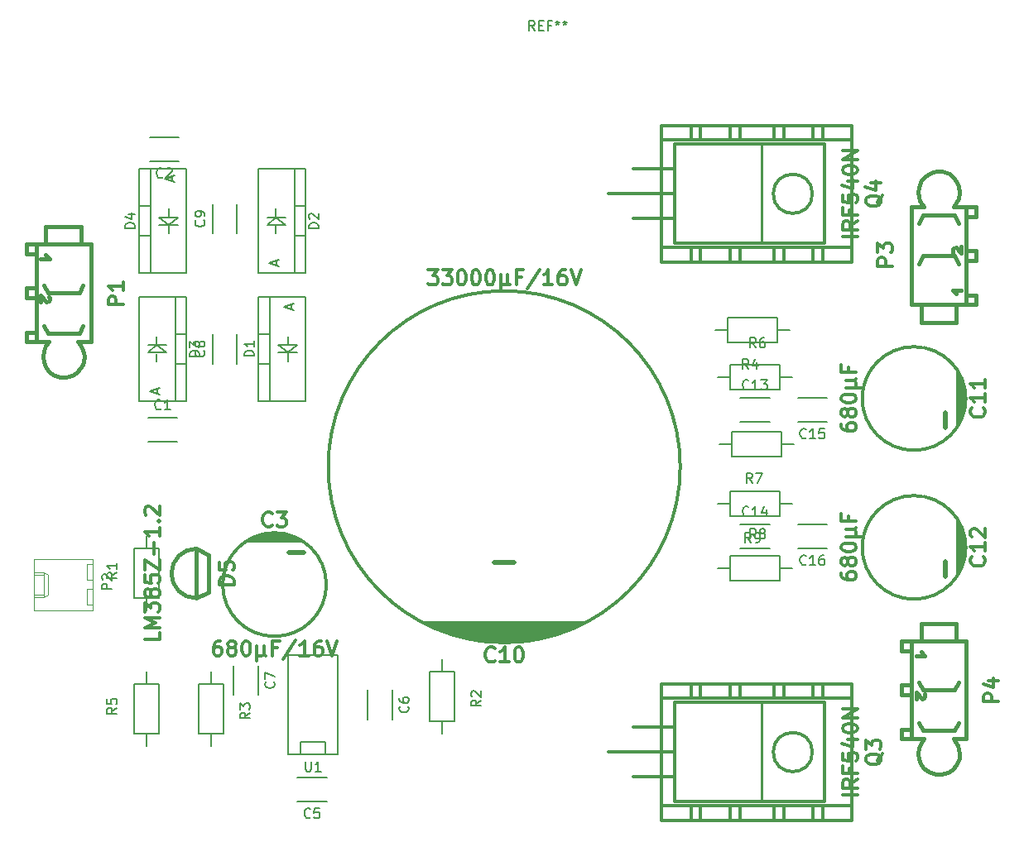
<source format=gbr>
G04 #@! TF.FileFunction,Legend,Top*
%FSLAX46Y46*%
G04 Gerber Fmt 4.6, Leading zero omitted, Abs format (unit mm)*
G04 Created by KiCad (PCBNEW 4.0.7) date 04/22/18 21:18:39*
%MOMM*%
%LPD*%
G01*
G04 APERTURE LIST*
%ADD10C,0.100000*%
%ADD11C,0.150000*%
%ADD12C,0.304800*%
%ADD13C,0.500000*%
%ADD14C,0.381000*%
%ADD15C,0.254000*%
%ADD16C,0.120000*%
G04 APERTURE END LIST*
D10*
D11*
X98405000Y-100334000D02*
X98405000Y-103334000D01*
X95905000Y-103334000D02*
X95905000Y-100334000D01*
X73410000Y-72410000D02*
X76410000Y-72410000D01*
X76410000Y-74910000D02*
X73410000Y-74910000D01*
X76577000Y-46208000D02*
X73577000Y-46208000D01*
X73577000Y-43708000D02*
X76577000Y-43708000D01*
D12*
X83660000Y-85035000D02*
X89060000Y-85035000D01*
X88660000Y-84835000D02*
X84060000Y-84835000D01*
X88260000Y-84635000D02*
X84460000Y-84635000D01*
X85060000Y-84435000D02*
X87660000Y-84435000D01*
X91660000Y-89535000D02*
G75*
G03X91660000Y-89535000I-5300000J0D01*
G01*
D13*
X87860000Y-86285000D02*
X89360000Y-86285000D01*
D11*
X91690000Y-111740000D02*
X88690000Y-111740000D01*
X88690000Y-109240000D02*
X91690000Y-109240000D01*
X84689000Y-97834000D02*
X84689000Y-100834000D01*
X82189000Y-100834000D02*
X82189000Y-97834000D01*
X80030000Y-66925000D02*
X80030000Y-63925000D01*
X82530000Y-63925000D02*
X82530000Y-66925000D01*
X80030000Y-53590000D02*
X80030000Y-50590000D01*
X82530000Y-50590000D02*
X82530000Y-53590000D01*
D12*
X112455000Y-95270000D02*
X107255000Y-95270000D01*
X113555000Y-95070000D02*
X106155000Y-95070000D01*
X114455000Y-94870000D02*
X105255000Y-94870000D01*
X115055000Y-94670000D02*
X104655000Y-94670000D01*
X115755000Y-94470000D02*
X103955000Y-94470000D01*
X116255000Y-94270000D02*
X103455000Y-94270000D01*
X116755000Y-94070000D02*
X102955000Y-94070000D01*
X117255000Y-93870000D02*
X102455000Y-93870000D01*
X117655000Y-93670000D02*
X102055000Y-93670000D01*
X118055000Y-93470000D02*
X101655000Y-93470000D01*
X127855000Y-77470000D02*
G75*
G03X127855000Y-77470000I-18000000J0D01*
G01*
D13*
X110855000Y-87270000D02*
X108855000Y-87270000D01*
D12*
X156265000Y-67785000D02*
X156265000Y-73185000D01*
X156465000Y-72785000D02*
X156465000Y-68185000D01*
X156665000Y-72385000D02*
X156665000Y-68585000D01*
X156865000Y-69185000D02*
X156865000Y-71785000D01*
X157065000Y-70485000D02*
G75*
G03X157065000Y-70485000I-5300000J0D01*
G01*
D13*
X155015000Y-71985000D02*
X155015000Y-73485000D01*
D12*
X156265000Y-83025000D02*
X156265000Y-88425000D01*
X156465000Y-88025000D02*
X156465000Y-83425000D01*
X156665000Y-87625000D02*
X156665000Y-83825000D01*
X156865000Y-84425000D02*
X156865000Y-87025000D01*
X157065000Y-85725000D02*
G75*
G03X157065000Y-85725000I-5300000J0D01*
G01*
D13*
X155015000Y-87225000D02*
X155015000Y-88725000D01*
D11*
X133989000Y-70378000D02*
X136989000Y-70378000D01*
X136989000Y-72878000D02*
X133989000Y-72878000D01*
X133989000Y-83332000D02*
X136989000Y-83332000D01*
X136989000Y-85832000D02*
X133989000Y-85832000D01*
X142871000Y-72878000D02*
X139871000Y-72878000D01*
X139871000Y-70378000D02*
X142871000Y-70378000D01*
X142871000Y-85832000D02*
X139871000Y-85832000D01*
X139871000Y-83332000D02*
X142871000Y-83332000D01*
X87757000Y-65786000D02*
X87757000Y-66675000D01*
X87757000Y-64897000D02*
X87757000Y-64135000D01*
X87757000Y-65786000D02*
X86741000Y-65024000D01*
X86741000Y-65024000D02*
X88646000Y-65024000D01*
X88646000Y-65024000D02*
X87757000Y-65786000D01*
X86741000Y-65786000D02*
X88646000Y-65786000D01*
X84709000Y-66929000D02*
X85852000Y-66929000D01*
X84709000Y-63881000D02*
X85852000Y-63881000D01*
X85852000Y-60071000D02*
X89535000Y-60071000D01*
X89535000Y-60071000D02*
X89535000Y-70739000D01*
X89535000Y-70739000D02*
X85852000Y-70739000D01*
X84709000Y-60071000D02*
X85852000Y-60071000D01*
X85852000Y-60071000D02*
X85852000Y-70739000D01*
X85852000Y-70739000D02*
X84709000Y-70739000D01*
X84709000Y-65405000D02*
X84709000Y-70739000D01*
X84709000Y-65405000D02*
X84709000Y-60071000D01*
X86487000Y-51943000D02*
X86487000Y-51054000D01*
X86487000Y-52832000D02*
X86487000Y-53594000D01*
X86487000Y-51943000D02*
X87503000Y-52705000D01*
X87503000Y-52705000D02*
X85598000Y-52705000D01*
X85598000Y-52705000D02*
X86487000Y-51943000D01*
X87503000Y-51943000D02*
X85598000Y-51943000D01*
X89535000Y-50800000D02*
X88392000Y-50800000D01*
X89535000Y-53848000D02*
X88392000Y-53848000D01*
X88392000Y-57658000D02*
X84709000Y-57658000D01*
X84709000Y-57658000D02*
X84709000Y-46990000D01*
X84709000Y-46990000D02*
X88392000Y-46990000D01*
X89535000Y-57658000D02*
X88392000Y-57658000D01*
X88392000Y-57658000D02*
X88392000Y-46990000D01*
X88392000Y-46990000D02*
X89535000Y-46990000D01*
X89535000Y-52324000D02*
X89535000Y-46990000D01*
X89535000Y-52324000D02*
X89535000Y-57658000D01*
X74295000Y-65024000D02*
X74295000Y-64135000D01*
X74295000Y-65913000D02*
X74295000Y-66675000D01*
X74295000Y-65024000D02*
X75311000Y-65786000D01*
X75311000Y-65786000D02*
X73406000Y-65786000D01*
X73406000Y-65786000D02*
X74295000Y-65024000D01*
X75311000Y-65024000D02*
X73406000Y-65024000D01*
X77343000Y-63881000D02*
X76200000Y-63881000D01*
X77343000Y-66929000D02*
X76200000Y-66929000D01*
X76200000Y-70739000D02*
X72517000Y-70739000D01*
X72517000Y-70739000D02*
X72517000Y-60071000D01*
X72517000Y-60071000D02*
X76200000Y-60071000D01*
X77343000Y-70739000D02*
X76200000Y-70739000D01*
X76200000Y-70739000D02*
X76200000Y-60071000D01*
X76200000Y-60071000D02*
X77343000Y-60071000D01*
X77343000Y-65405000D02*
X77343000Y-60071000D01*
X77343000Y-65405000D02*
X77343000Y-70739000D01*
X75565000Y-52705000D02*
X75565000Y-53594000D01*
X75565000Y-51816000D02*
X75565000Y-51054000D01*
X75565000Y-52705000D02*
X74549000Y-51943000D01*
X74549000Y-51943000D02*
X76454000Y-51943000D01*
X76454000Y-51943000D02*
X75565000Y-52705000D01*
X74549000Y-52705000D02*
X76454000Y-52705000D01*
X72517000Y-53848000D02*
X73660000Y-53848000D01*
X72517000Y-50800000D02*
X73660000Y-50800000D01*
X73660000Y-46990000D02*
X77343000Y-46990000D01*
X77343000Y-46990000D02*
X77343000Y-57658000D01*
X77343000Y-57658000D02*
X73660000Y-57658000D01*
X72517000Y-46990000D02*
X73660000Y-46990000D01*
X73660000Y-46990000D02*
X73660000Y-57658000D01*
X73660000Y-57658000D02*
X72517000Y-57658000D01*
X72517000Y-52324000D02*
X72517000Y-57658000D01*
X72517000Y-52324000D02*
X72517000Y-46990000D01*
D14*
X78359000Y-85852000D02*
X78359000Y-90932000D01*
X78359000Y-85852000D02*
X79629000Y-86487000D01*
X79629000Y-86487000D02*
X79629000Y-90297000D01*
X79629000Y-90297000D02*
X78359000Y-90932000D01*
X78359000Y-85852000D02*
G75*
G03X75819000Y-88392000I0J-2540000D01*
G01*
X75819000Y-88392000D02*
G75*
G03X78359000Y-90932000I2540000J0D01*
G01*
X63299340Y-60060840D02*
X63350140Y-60149740D01*
X63350140Y-60149740D02*
X63350140Y-60350400D01*
X63350140Y-60350400D02*
X63240920Y-60510420D01*
X63240920Y-60510420D02*
X63040260Y-60568840D01*
X63040260Y-60568840D02*
X62461140Y-59959240D01*
X62461140Y-59959240D02*
X62461140Y-60629800D01*
X62979300Y-55780940D02*
X63350140Y-56179720D01*
X63350140Y-56179720D02*
X62461140Y-56169560D01*
X66370200Y-59690000D02*
X66768980Y-58889900D01*
X66370200Y-63830200D02*
X66768980Y-63030100D01*
X63169800Y-63830200D02*
X62771020Y-63030100D01*
X63169800Y-59690000D02*
X62771020Y-58889900D01*
X66370200Y-63830200D02*
X63169800Y-63830200D01*
X66370200Y-59690000D02*
X63169800Y-59690000D01*
X61970920Y-60190380D02*
X60970160Y-60190380D01*
X60970160Y-60190380D02*
X60970160Y-59189620D01*
X60970160Y-59189620D02*
X61970920Y-59189620D01*
X61970920Y-64691260D02*
X60970160Y-64691260D01*
X60970160Y-64691260D02*
X60970160Y-63690500D01*
X60970160Y-63690500D02*
X61970920Y-63690500D01*
X61970920Y-54688740D02*
X60970160Y-54688740D01*
X60970160Y-54688740D02*
X60970160Y-55689500D01*
X60970160Y-55689500D02*
X61970920Y-55689500D01*
X66570860Y-54688740D02*
X66570860Y-52890420D01*
X66570860Y-52890420D02*
X62969140Y-52890420D01*
X62969140Y-52890420D02*
X62969140Y-54688740D01*
X66271140Y-64691260D02*
X66489580Y-64960500D01*
X66489580Y-64960500D02*
X66700400Y-65338960D01*
X66700400Y-65338960D02*
X66829940Y-65730120D01*
X66829940Y-65730120D02*
X66890900Y-66210180D01*
X66890900Y-66210180D02*
X66840100Y-66680080D01*
X66840100Y-66680080D02*
X66720720Y-67020440D01*
X66720720Y-67020440D02*
X66520060Y-67398900D01*
X66520060Y-67398900D02*
X66200020Y-67769740D01*
X66200020Y-67769740D02*
X65849500Y-68021200D01*
X65849500Y-68021200D02*
X65399920Y-68229480D01*
X65399920Y-68229480D02*
X64960500Y-68320920D01*
X64960500Y-68320920D02*
X64419480Y-68320920D01*
X64419480Y-68320920D02*
X63710820Y-68069460D01*
X63710820Y-68069460D02*
X63240920Y-67701160D01*
X63240920Y-67701160D02*
X62989460Y-67340480D01*
X62989460Y-67340480D02*
X62730380Y-66809620D01*
X62730380Y-66809620D02*
X62669420Y-66159380D01*
X62669420Y-66159380D02*
X62750700Y-65570100D01*
X62750700Y-65570100D02*
X62969140Y-65120520D01*
X62969140Y-65120520D02*
X63268860Y-64691260D01*
X67569080Y-54688740D02*
X61970920Y-54688740D01*
X61970920Y-54688740D02*
X61970920Y-64691260D01*
X61970920Y-64691260D02*
X63268860Y-64691260D01*
X67569080Y-54688740D02*
X67569080Y-64698880D01*
X67569080Y-64698880D02*
X66260980Y-64691260D01*
X155775660Y-55509160D02*
X155724860Y-55420260D01*
X155724860Y-55420260D02*
X155724860Y-55219600D01*
X155724860Y-55219600D02*
X155834080Y-55059580D01*
X155834080Y-55059580D02*
X156034740Y-55001160D01*
X156034740Y-55001160D02*
X156613860Y-55610760D01*
X156613860Y-55610760D02*
X156613860Y-54940200D01*
X156095700Y-59789060D02*
X155724860Y-59390280D01*
X155724860Y-59390280D02*
X156613860Y-59400440D01*
X152704800Y-55880000D02*
X152306020Y-56680100D01*
X152704800Y-51739800D02*
X152306020Y-52539900D01*
X155905200Y-51739800D02*
X156303980Y-52539900D01*
X155905200Y-55880000D02*
X156303980Y-56680100D01*
X152704800Y-51739800D02*
X155905200Y-51739800D01*
X152704800Y-55880000D02*
X155905200Y-55880000D01*
X157104080Y-55379620D02*
X158104840Y-55379620D01*
X158104840Y-55379620D02*
X158104840Y-56380380D01*
X158104840Y-56380380D02*
X157104080Y-56380380D01*
X157104080Y-50878740D02*
X158104840Y-50878740D01*
X158104840Y-50878740D02*
X158104840Y-51879500D01*
X158104840Y-51879500D02*
X157104080Y-51879500D01*
X157104080Y-60881260D02*
X158104840Y-60881260D01*
X158104840Y-60881260D02*
X158104840Y-59880500D01*
X158104840Y-59880500D02*
X157104080Y-59880500D01*
X152504140Y-60881260D02*
X152504140Y-62679580D01*
X152504140Y-62679580D02*
X156105860Y-62679580D01*
X156105860Y-62679580D02*
X156105860Y-60881260D01*
X152803860Y-50878740D02*
X152585420Y-50609500D01*
X152585420Y-50609500D02*
X152374600Y-50231040D01*
X152374600Y-50231040D02*
X152245060Y-49839880D01*
X152245060Y-49839880D02*
X152184100Y-49359820D01*
X152184100Y-49359820D02*
X152234900Y-48889920D01*
X152234900Y-48889920D02*
X152354280Y-48549560D01*
X152354280Y-48549560D02*
X152554940Y-48171100D01*
X152554940Y-48171100D02*
X152874980Y-47800260D01*
X152874980Y-47800260D02*
X153225500Y-47548800D01*
X153225500Y-47548800D02*
X153675080Y-47340520D01*
X153675080Y-47340520D02*
X154114500Y-47249080D01*
X154114500Y-47249080D02*
X154655520Y-47249080D01*
X154655520Y-47249080D02*
X155364180Y-47500540D01*
X155364180Y-47500540D02*
X155834080Y-47868840D01*
X155834080Y-47868840D02*
X156085540Y-48229520D01*
X156085540Y-48229520D02*
X156344620Y-48760380D01*
X156344620Y-48760380D02*
X156405580Y-49410620D01*
X156405580Y-49410620D02*
X156324300Y-49999900D01*
X156324300Y-49999900D02*
X156105860Y-50449480D01*
X156105860Y-50449480D02*
X155806140Y-50878740D01*
X151505920Y-60881260D02*
X157104080Y-60881260D01*
X157104080Y-60881260D02*
X157104080Y-50878740D01*
X157104080Y-50878740D02*
X155806140Y-50878740D01*
X151505920Y-60881260D02*
X151505920Y-50871120D01*
X151505920Y-50871120D02*
X152814020Y-50878740D01*
X152834340Y-100700840D02*
X152885140Y-100789740D01*
X152885140Y-100789740D02*
X152885140Y-100990400D01*
X152885140Y-100990400D02*
X152775920Y-101150420D01*
X152775920Y-101150420D02*
X152575260Y-101208840D01*
X152575260Y-101208840D02*
X151996140Y-100599240D01*
X151996140Y-100599240D02*
X151996140Y-101269800D01*
X152514300Y-96420940D02*
X152885140Y-96819720D01*
X152885140Y-96819720D02*
X151996140Y-96809560D01*
X155905200Y-100330000D02*
X156303980Y-99529900D01*
X155905200Y-104470200D02*
X156303980Y-103670100D01*
X152704800Y-104470200D02*
X152306020Y-103670100D01*
X152704800Y-100330000D02*
X152306020Y-99529900D01*
X155905200Y-104470200D02*
X152704800Y-104470200D01*
X155905200Y-100330000D02*
X152704800Y-100330000D01*
X151505920Y-100830380D02*
X150505160Y-100830380D01*
X150505160Y-100830380D02*
X150505160Y-99829620D01*
X150505160Y-99829620D02*
X151505920Y-99829620D01*
X151505920Y-105331260D02*
X150505160Y-105331260D01*
X150505160Y-105331260D02*
X150505160Y-104330500D01*
X150505160Y-104330500D02*
X151505920Y-104330500D01*
X151505920Y-95328740D02*
X150505160Y-95328740D01*
X150505160Y-95328740D02*
X150505160Y-96329500D01*
X150505160Y-96329500D02*
X151505920Y-96329500D01*
X156105860Y-95328740D02*
X156105860Y-93530420D01*
X156105860Y-93530420D02*
X152504140Y-93530420D01*
X152504140Y-93530420D02*
X152504140Y-95328740D01*
X155806140Y-105331260D02*
X156024580Y-105600500D01*
X156024580Y-105600500D02*
X156235400Y-105978960D01*
X156235400Y-105978960D02*
X156364940Y-106370120D01*
X156364940Y-106370120D02*
X156425900Y-106850180D01*
X156425900Y-106850180D02*
X156375100Y-107320080D01*
X156375100Y-107320080D02*
X156255720Y-107660440D01*
X156255720Y-107660440D02*
X156055060Y-108038900D01*
X156055060Y-108038900D02*
X155735020Y-108409740D01*
X155735020Y-108409740D02*
X155384500Y-108661200D01*
X155384500Y-108661200D02*
X154934920Y-108869480D01*
X154934920Y-108869480D02*
X154495500Y-108960920D01*
X154495500Y-108960920D02*
X153954480Y-108960920D01*
X153954480Y-108960920D02*
X153245820Y-108709460D01*
X153245820Y-108709460D02*
X152775920Y-108341160D01*
X152775920Y-108341160D02*
X152524460Y-107980480D01*
X152524460Y-107980480D02*
X152265380Y-107449620D01*
X152265380Y-107449620D02*
X152204420Y-106799380D01*
X152204420Y-106799380D02*
X152285700Y-106210100D01*
X152285700Y-106210100D02*
X152504140Y-105760520D01*
X152504140Y-105760520D02*
X152803860Y-105331260D01*
X157104080Y-95328740D02*
X151505920Y-95328740D01*
X151505920Y-95328740D02*
X151505920Y-105331260D01*
X151505920Y-105331260D02*
X152803860Y-105331260D01*
X157104080Y-95328740D02*
X157104080Y-105338880D01*
X157104080Y-105338880D02*
X155795980Y-105331260D01*
D11*
X72009000Y-90932000D02*
X72009000Y-85852000D01*
X72009000Y-85852000D02*
X74549000Y-85852000D01*
X74549000Y-85852000D02*
X74549000Y-90932000D01*
X74549000Y-90932000D02*
X72009000Y-90932000D01*
X73279000Y-90932000D02*
X73279000Y-92202000D01*
X73279000Y-85852000D02*
X73279000Y-84582000D01*
X104775000Y-98425000D02*
X104775000Y-103505000D01*
X104775000Y-103505000D02*
X102235000Y-103505000D01*
X102235000Y-103505000D02*
X102235000Y-98425000D01*
X102235000Y-98425000D02*
X104775000Y-98425000D01*
X103505000Y-98425000D02*
X103505000Y-97155000D01*
X103505000Y-103505000D02*
X103505000Y-104775000D01*
X81153000Y-99695000D02*
X81153000Y-104775000D01*
X81153000Y-104775000D02*
X78613000Y-104775000D01*
X78613000Y-104775000D02*
X78613000Y-99695000D01*
X78613000Y-99695000D02*
X81153000Y-99695000D01*
X79883000Y-99695000D02*
X79883000Y-98425000D01*
X79883000Y-104775000D02*
X79883000Y-106045000D01*
X137795000Y-64770000D02*
X132715000Y-64770000D01*
X132715000Y-64770000D02*
X132715000Y-62230000D01*
X132715000Y-62230000D02*
X137795000Y-62230000D01*
X137795000Y-62230000D02*
X137795000Y-64770000D01*
X137795000Y-63500000D02*
X139065000Y-63500000D01*
X132715000Y-63500000D02*
X131445000Y-63500000D01*
X72009000Y-104775000D02*
X72009000Y-99695000D01*
X72009000Y-99695000D02*
X74549000Y-99695000D01*
X74549000Y-99695000D02*
X74549000Y-104775000D01*
X74549000Y-104775000D02*
X72009000Y-104775000D01*
X73279000Y-104775000D02*
X73279000Y-106045000D01*
X73279000Y-99695000D02*
X73279000Y-98425000D01*
X132969000Y-67056000D02*
X138049000Y-67056000D01*
X138049000Y-67056000D02*
X138049000Y-69596000D01*
X138049000Y-69596000D02*
X132969000Y-69596000D01*
X132969000Y-69596000D02*
X132969000Y-67056000D01*
X132969000Y-68326000D02*
X131699000Y-68326000D01*
X138049000Y-68326000D02*
X139319000Y-68326000D01*
X138176000Y-76454000D02*
X133096000Y-76454000D01*
X133096000Y-76454000D02*
X133096000Y-73914000D01*
X133096000Y-73914000D02*
X138176000Y-73914000D01*
X138176000Y-73914000D02*
X138176000Y-76454000D01*
X138176000Y-75184000D02*
X139446000Y-75184000D01*
X133096000Y-75184000D02*
X131826000Y-75184000D01*
X132969000Y-86614000D02*
X138049000Y-86614000D01*
X138049000Y-86614000D02*
X138049000Y-89154000D01*
X138049000Y-89154000D02*
X132969000Y-89154000D01*
X132969000Y-89154000D02*
X132969000Y-86614000D01*
X132969000Y-87884000D02*
X131699000Y-87884000D01*
X138049000Y-87884000D02*
X139319000Y-87884000D01*
X138049000Y-82550000D02*
X132969000Y-82550000D01*
X132969000Y-82550000D02*
X132969000Y-80010000D01*
X132969000Y-80010000D02*
X138049000Y-80010000D01*
X138049000Y-80010000D02*
X138049000Y-82550000D01*
X138049000Y-81280000D02*
X139319000Y-81280000D01*
X132969000Y-81280000D02*
X131699000Y-81280000D01*
X89027000Y-106934000D02*
X89027000Y-105664000D01*
X89027000Y-105664000D02*
X91567000Y-105664000D01*
X91567000Y-105664000D02*
X91567000Y-106934000D01*
X87757000Y-106934000D02*
X87757000Y-96774000D01*
X87757000Y-96774000D02*
X92837000Y-96774000D01*
X92837000Y-96774000D02*
X92837000Y-106934000D01*
X92837000Y-106934000D02*
X87757000Y-106934000D01*
D12*
X141370232Y-106680000D02*
G75*
G03X141370232Y-106680000I-2000432J0D01*
G01*
X128945640Y-112179100D02*
X128945640Y-113680240D01*
X129943860Y-112179100D02*
X129943860Y-113680240D01*
X132946140Y-112179100D02*
X132946140Y-113680240D01*
X133944360Y-112179100D02*
X133944360Y-113680240D01*
X137444480Y-112179100D02*
X137444480Y-113680240D01*
X138445240Y-112179100D02*
X138445240Y-113680240D01*
X141444980Y-112179100D02*
X141444980Y-113680240D01*
X142445740Y-112179100D02*
X142445740Y-113680240D01*
X142445740Y-99679760D02*
X142445740Y-101180900D01*
X141444980Y-99679760D02*
X141444980Y-101180900D01*
X138445240Y-99679760D02*
X138445240Y-101180900D01*
X137444480Y-99679760D02*
X137444480Y-101180900D01*
X133944360Y-99679760D02*
X133944360Y-101180900D01*
X132946140Y-99679760D02*
X132946140Y-101180900D01*
X129943860Y-99679760D02*
X129943860Y-101180900D01*
X128945640Y-99679760D02*
X128945640Y-101180900D01*
X145445480Y-112179100D02*
X125945900Y-112179100D01*
X125945900Y-101180900D02*
X145445480Y-101180900D01*
X125945900Y-99679760D02*
X125945900Y-113680240D01*
X125945900Y-113680240D02*
X145445480Y-113680240D01*
X145445480Y-113680240D02*
X145445480Y-99679760D01*
X145445480Y-99679760D02*
X125945900Y-99679760D01*
X127254000Y-106680000D02*
X120523000Y-106680000D01*
X123063000Y-109220000D02*
X127254000Y-109220000D01*
X123063000Y-104140000D02*
X127254000Y-104140000D01*
X127254000Y-101600000D02*
X127254000Y-111760000D01*
X142621000Y-111760000D02*
X142621000Y-101600000D01*
X127254000Y-111760000D02*
X142621000Y-111760000D01*
X142621000Y-101600000D02*
X127254000Y-101600000D01*
D15*
X136144000Y-111760000D02*
X136144000Y-101600000D01*
D12*
X141370232Y-49530000D02*
G75*
G03X141370232Y-49530000I-2000432J0D01*
G01*
X128945640Y-55029100D02*
X128945640Y-56530240D01*
X129943860Y-55029100D02*
X129943860Y-56530240D01*
X132946140Y-55029100D02*
X132946140Y-56530240D01*
X133944360Y-55029100D02*
X133944360Y-56530240D01*
X137444480Y-55029100D02*
X137444480Y-56530240D01*
X138445240Y-55029100D02*
X138445240Y-56530240D01*
X141444980Y-55029100D02*
X141444980Y-56530240D01*
X142445740Y-55029100D02*
X142445740Y-56530240D01*
X142445740Y-42529760D02*
X142445740Y-44030900D01*
X141444980Y-42529760D02*
X141444980Y-44030900D01*
X138445240Y-42529760D02*
X138445240Y-44030900D01*
X137444480Y-42529760D02*
X137444480Y-44030900D01*
X133944360Y-42529760D02*
X133944360Y-44030900D01*
X132946140Y-42529760D02*
X132946140Y-44030900D01*
X129943860Y-42529760D02*
X129943860Y-44030900D01*
X128945640Y-42529760D02*
X128945640Y-44030900D01*
X145445480Y-55029100D02*
X125945900Y-55029100D01*
X125945900Y-44030900D02*
X145445480Y-44030900D01*
X125945900Y-42529760D02*
X125945900Y-56530240D01*
X125945900Y-56530240D02*
X145445480Y-56530240D01*
X145445480Y-56530240D02*
X145445480Y-42529760D01*
X145445480Y-42529760D02*
X125945900Y-42529760D01*
X127254000Y-49530000D02*
X120523000Y-49530000D01*
X123063000Y-52070000D02*
X127254000Y-52070000D01*
X123063000Y-46990000D02*
X127254000Y-46990000D01*
X127254000Y-44450000D02*
X127254000Y-54610000D01*
X142621000Y-54610000D02*
X142621000Y-44450000D01*
X127254000Y-54610000D02*
X142621000Y-54610000D01*
X142621000Y-44450000D02*
X127254000Y-44450000D01*
D15*
X136144000Y-54610000D02*
X136144000Y-44450000D01*
D16*
X67790000Y-86895000D02*
X61790000Y-86895000D01*
X61790000Y-86895000D02*
X61790000Y-92175000D01*
X61790000Y-92175000D02*
X67790000Y-92175000D01*
X67790000Y-92175000D02*
X67790000Y-86895000D01*
X61790000Y-88265000D02*
X62790000Y-88265000D01*
X62790000Y-88265000D02*
X62790000Y-90805000D01*
X62790000Y-90805000D02*
X61790000Y-90805000D01*
X62790000Y-88265000D02*
X63220000Y-88515000D01*
X63220000Y-88515000D02*
X63220000Y-90555000D01*
X63220000Y-90555000D02*
X62790000Y-90805000D01*
X61790000Y-88515000D02*
X62790000Y-88515000D01*
X61790000Y-90555000D02*
X62790000Y-90555000D01*
X67790000Y-87465000D02*
X67170000Y-87465000D01*
X67170000Y-87465000D02*
X67170000Y-89065000D01*
X67170000Y-89065000D02*
X67790000Y-89065000D01*
X67790000Y-90005000D02*
X67170000Y-90005000D01*
X67170000Y-90005000D02*
X67170000Y-91605000D01*
X67170000Y-91605000D02*
X67790000Y-91605000D01*
D11*
X100012143Y-102000666D02*
X100059762Y-102048285D01*
X100107381Y-102191142D01*
X100107381Y-102286380D01*
X100059762Y-102429238D01*
X99964524Y-102524476D01*
X99869286Y-102572095D01*
X99678810Y-102619714D01*
X99535952Y-102619714D01*
X99345476Y-102572095D01*
X99250238Y-102524476D01*
X99155000Y-102429238D01*
X99107381Y-102286380D01*
X99107381Y-102191142D01*
X99155000Y-102048285D01*
X99202619Y-102000666D01*
X99107381Y-101143523D02*
X99107381Y-101334000D01*
X99155000Y-101429238D01*
X99202619Y-101476857D01*
X99345476Y-101572095D01*
X99535952Y-101619714D01*
X99916905Y-101619714D01*
X100012143Y-101572095D01*
X100059762Y-101524476D01*
X100107381Y-101429238D01*
X100107381Y-101238761D01*
X100059762Y-101143523D01*
X100012143Y-101095904D01*
X99916905Y-101048285D01*
X99678810Y-101048285D01*
X99583571Y-101095904D01*
X99535952Y-101143523D01*
X99488333Y-101238761D01*
X99488333Y-101429238D01*
X99535952Y-101524476D01*
X99583571Y-101572095D01*
X99678810Y-101619714D01*
X74743334Y-71517143D02*
X74695715Y-71564762D01*
X74552858Y-71612381D01*
X74457620Y-71612381D01*
X74314762Y-71564762D01*
X74219524Y-71469524D01*
X74171905Y-71374286D01*
X74124286Y-71183810D01*
X74124286Y-71040952D01*
X74171905Y-70850476D01*
X74219524Y-70755238D01*
X74314762Y-70660000D01*
X74457620Y-70612381D01*
X74552858Y-70612381D01*
X74695715Y-70660000D01*
X74743334Y-70707619D01*
X75695715Y-71612381D02*
X75124286Y-71612381D01*
X75410000Y-71612381D02*
X75410000Y-70612381D01*
X75314762Y-70755238D01*
X75219524Y-70850476D01*
X75124286Y-70898095D01*
X74910334Y-47815143D02*
X74862715Y-47862762D01*
X74719858Y-47910381D01*
X74624620Y-47910381D01*
X74481762Y-47862762D01*
X74386524Y-47767524D01*
X74338905Y-47672286D01*
X74291286Y-47481810D01*
X74291286Y-47338952D01*
X74338905Y-47148476D01*
X74386524Y-47053238D01*
X74481762Y-46958000D01*
X74624620Y-46910381D01*
X74719858Y-46910381D01*
X74862715Y-46958000D01*
X74910334Y-47005619D01*
X75291286Y-47005619D02*
X75338905Y-46958000D01*
X75434143Y-46910381D01*
X75672239Y-46910381D01*
X75767477Y-46958000D01*
X75815096Y-47005619D01*
X75862715Y-47100857D01*
X75862715Y-47196095D01*
X75815096Y-47338952D01*
X75243667Y-47910381D01*
X75862715Y-47910381D01*
D12*
X86106000Y-83479286D02*
X86033429Y-83551857D01*
X85815715Y-83624429D01*
X85670572Y-83624429D01*
X85452857Y-83551857D01*
X85307715Y-83406714D01*
X85235143Y-83261571D01*
X85162572Y-82971286D01*
X85162572Y-82753571D01*
X85235143Y-82463286D01*
X85307715Y-82318143D01*
X85452857Y-82173000D01*
X85670572Y-82100429D01*
X85815715Y-82100429D01*
X86033429Y-82173000D01*
X86106000Y-82245571D01*
X86614000Y-82100429D02*
X87557429Y-82100429D01*
X87049429Y-82681000D01*
X87267143Y-82681000D01*
X87412286Y-82753571D01*
X87484857Y-82826143D01*
X87557429Y-82971286D01*
X87557429Y-83334143D01*
X87484857Y-83479286D01*
X87412286Y-83551857D01*
X87267143Y-83624429D01*
X86831715Y-83624429D01*
X86686572Y-83551857D01*
X86614000Y-83479286D01*
X80844571Y-95300429D02*
X80554285Y-95300429D01*
X80409142Y-95373000D01*
X80336571Y-95445571D01*
X80191428Y-95663286D01*
X80118857Y-95953571D01*
X80118857Y-96534143D01*
X80191428Y-96679286D01*
X80264000Y-96751857D01*
X80409142Y-96824429D01*
X80699428Y-96824429D01*
X80844571Y-96751857D01*
X80917142Y-96679286D01*
X80989714Y-96534143D01*
X80989714Y-96171286D01*
X80917142Y-96026143D01*
X80844571Y-95953571D01*
X80699428Y-95881000D01*
X80409142Y-95881000D01*
X80264000Y-95953571D01*
X80191428Y-96026143D01*
X80118857Y-96171286D01*
X81860571Y-95953571D02*
X81715429Y-95881000D01*
X81642857Y-95808429D01*
X81570286Y-95663286D01*
X81570286Y-95590714D01*
X81642857Y-95445571D01*
X81715429Y-95373000D01*
X81860571Y-95300429D01*
X82150857Y-95300429D01*
X82296000Y-95373000D01*
X82368571Y-95445571D01*
X82441143Y-95590714D01*
X82441143Y-95663286D01*
X82368571Y-95808429D01*
X82296000Y-95881000D01*
X82150857Y-95953571D01*
X81860571Y-95953571D01*
X81715429Y-96026143D01*
X81642857Y-96098714D01*
X81570286Y-96243857D01*
X81570286Y-96534143D01*
X81642857Y-96679286D01*
X81715429Y-96751857D01*
X81860571Y-96824429D01*
X82150857Y-96824429D01*
X82296000Y-96751857D01*
X82368571Y-96679286D01*
X82441143Y-96534143D01*
X82441143Y-96243857D01*
X82368571Y-96098714D01*
X82296000Y-96026143D01*
X82150857Y-95953571D01*
X83384572Y-95300429D02*
X83529715Y-95300429D01*
X83674858Y-95373000D01*
X83747429Y-95445571D01*
X83820000Y-95590714D01*
X83892572Y-95881000D01*
X83892572Y-96243857D01*
X83820000Y-96534143D01*
X83747429Y-96679286D01*
X83674858Y-96751857D01*
X83529715Y-96824429D01*
X83384572Y-96824429D01*
X83239429Y-96751857D01*
X83166858Y-96679286D01*
X83094286Y-96534143D01*
X83021715Y-96243857D01*
X83021715Y-95881000D01*
X83094286Y-95590714D01*
X83166858Y-95445571D01*
X83239429Y-95373000D01*
X83384572Y-95300429D01*
X84545715Y-95808429D02*
X84545715Y-97332429D01*
X85271429Y-96606714D02*
X85344001Y-96751857D01*
X85489144Y-96824429D01*
X84545715Y-96606714D02*
X84618287Y-96751857D01*
X84763429Y-96824429D01*
X85053715Y-96824429D01*
X85198858Y-96751857D01*
X85271429Y-96606714D01*
X85271429Y-95808429D01*
X86650286Y-96026143D02*
X86142286Y-96026143D01*
X86142286Y-96824429D02*
X86142286Y-95300429D01*
X86868000Y-95300429D01*
X88537144Y-95227857D02*
X87230858Y-97187286D01*
X89843429Y-96824429D02*
X88972572Y-96824429D01*
X89408000Y-96824429D02*
X89408000Y-95300429D01*
X89262857Y-95518143D01*
X89117715Y-95663286D01*
X88972572Y-95735857D01*
X91149715Y-95300429D02*
X90859429Y-95300429D01*
X90714286Y-95373000D01*
X90641715Y-95445571D01*
X90496572Y-95663286D01*
X90424001Y-95953571D01*
X90424001Y-96534143D01*
X90496572Y-96679286D01*
X90569144Y-96751857D01*
X90714286Y-96824429D01*
X91004572Y-96824429D01*
X91149715Y-96751857D01*
X91222286Y-96679286D01*
X91294858Y-96534143D01*
X91294858Y-96171286D01*
X91222286Y-96026143D01*
X91149715Y-95953571D01*
X91004572Y-95881000D01*
X90714286Y-95881000D01*
X90569144Y-95953571D01*
X90496572Y-96026143D01*
X90424001Y-96171286D01*
X91730287Y-95300429D02*
X92238287Y-96824429D01*
X92746287Y-95300429D01*
D11*
X90023334Y-113347143D02*
X89975715Y-113394762D01*
X89832858Y-113442381D01*
X89737620Y-113442381D01*
X89594762Y-113394762D01*
X89499524Y-113299524D01*
X89451905Y-113204286D01*
X89404286Y-113013810D01*
X89404286Y-112870952D01*
X89451905Y-112680476D01*
X89499524Y-112585238D01*
X89594762Y-112490000D01*
X89737620Y-112442381D01*
X89832858Y-112442381D01*
X89975715Y-112490000D01*
X90023334Y-112537619D01*
X90928096Y-112442381D02*
X90451905Y-112442381D01*
X90404286Y-112918571D01*
X90451905Y-112870952D01*
X90547143Y-112823333D01*
X90785239Y-112823333D01*
X90880477Y-112870952D01*
X90928096Y-112918571D01*
X90975715Y-113013810D01*
X90975715Y-113251905D01*
X90928096Y-113347143D01*
X90880477Y-113394762D01*
X90785239Y-113442381D01*
X90547143Y-113442381D01*
X90451905Y-113394762D01*
X90404286Y-113347143D01*
X86296143Y-99500666D02*
X86343762Y-99548285D01*
X86391381Y-99691142D01*
X86391381Y-99786380D01*
X86343762Y-99929238D01*
X86248524Y-100024476D01*
X86153286Y-100072095D01*
X85962810Y-100119714D01*
X85819952Y-100119714D01*
X85629476Y-100072095D01*
X85534238Y-100024476D01*
X85439000Y-99929238D01*
X85391381Y-99786380D01*
X85391381Y-99691142D01*
X85439000Y-99548285D01*
X85486619Y-99500666D01*
X85391381Y-99167333D02*
X85391381Y-98500666D01*
X86391381Y-98929238D01*
X79137143Y-65591666D02*
X79184762Y-65639285D01*
X79232381Y-65782142D01*
X79232381Y-65877380D01*
X79184762Y-66020238D01*
X79089524Y-66115476D01*
X78994286Y-66163095D01*
X78803810Y-66210714D01*
X78660952Y-66210714D01*
X78470476Y-66163095D01*
X78375238Y-66115476D01*
X78280000Y-66020238D01*
X78232381Y-65877380D01*
X78232381Y-65782142D01*
X78280000Y-65639285D01*
X78327619Y-65591666D01*
X78660952Y-65020238D02*
X78613333Y-65115476D01*
X78565714Y-65163095D01*
X78470476Y-65210714D01*
X78422857Y-65210714D01*
X78327619Y-65163095D01*
X78280000Y-65115476D01*
X78232381Y-65020238D01*
X78232381Y-64829761D01*
X78280000Y-64734523D01*
X78327619Y-64686904D01*
X78422857Y-64639285D01*
X78470476Y-64639285D01*
X78565714Y-64686904D01*
X78613333Y-64734523D01*
X78660952Y-64829761D01*
X78660952Y-65020238D01*
X78708571Y-65115476D01*
X78756190Y-65163095D01*
X78851429Y-65210714D01*
X79041905Y-65210714D01*
X79137143Y-65163095D01*
X79184762Y-65115476D01*
X79232381Y-65020238D01*
X79232381Y-64829761D01*
X79184762Y-64734523D01*
X79137143Y-64686904D01*
X79041905Y-64639285D01*
X78851429Y-64639285D01*
X78756190Y-64686904D01*
X78708571Y-64734523D01*
X78660952Y-64829761D01*
X79137143Y-52256666D02*
X79184762Y-52304285D01*
X79232381Y-52447142D01*
X79232381Y-52542380D01*
X79184762Y-52685238D01*
X79089524Y-52780476D01*
X78994286Y-52828095D01*
X78803810Y-52875714D01*
X78660952Y-52875714D01*
X78470476Y-52828095D01*
X78375238Y-52780476D01*
X78280000Y-52685238D01*
X78232381Y-52542380D01*
X78232381Y-52447142D01*
X78280000Y-52304285D01*
X78327619Y-52256666D01*
X79232381Y-51780476D02*
X79232381Y-51590000D01*
X79184762Y-51494761D01*
X79137143Y-51447142D01*
X78994286Y-51351904D01*
X78803810Y-51304285D01*
X78422857Y-51304285D01*
X78327619Y-51351904D01*
X78280000Y-51399523D01*
X78232381Y-51494761D01*
X78232381Y-51685238D01*
X78280000Y-51780476D01*
X78327619Y-51828095D01*
X78422857Y-51875714D01*
X78660952Y-51875714D01*
X78756190Y-51828095D01*
X78803810Y-51780476D01*
X78851429Y-51685238D01*
X78851429Y-51494761D01*
X78803810Y-51399523D01*
X78756190Y-51351904D01*
X78660952Y-51304285D01*
D12*
X108875285Y-97314286D02*
X108802714Y-97386857D01*
X108585000Y-97459429D01*
X108439857Y-97459429D01*
X108222142Y-97386857D01*
X108077000Y-97241714D01*
X108004428Y-97096571D01*
X107931857Y-96806286D01*
X107931857Y-96588571D01*
X108004428Y-96298286D01*
X108077000Y-96153143D01*
X108222142Y-96008000D01*
X108439857Y-95935429D01*
X108585000Y-95935429D01*
X108802714Y-96008000D01*
X108875285Y-96080571D01*
X110326714Y-97459429D02*
X109455857Y-97459429D01*
X109891285Y-97459429D02*
X109891285Y-95935429D01*
X109746142Y-96153143D01*
X109601000Y-96298286D01*
X109455857Y-96370857D01*
X111270143Y-95935429D02*
X111415286Y-95935429D01*
X111560429Y-96008000D01*
X111633000Y-96080571D01*
X111705571Y-96225714D01*
X111778143Y-96516000D01*
X111778143Y-96878857D01*
X111705571Y-97169143D01*
X111633000Y-97314286D01*
X111560429Y-97386857D01*
X111415286Y-97459429D01*
X111270143Y-97459429D01*
X111125000Y-97386857D01*
X111052429Y-97314286D01*
X110979857Y-97169143D01*
X110907286Y-96878857D01*
X110907286Y-96516000D01*
X110979857Y-96225714D01*
X111052429Y-96080571D01*
X111125000Y-96008000D01*
X111270143Y-95935429D01*
X102089856Y-57335429D02*
X103033285Y-57335429D01*
X102525285Y-57916000D01*
X102742999Y-57916000D01*
X102888142Y-57988571D01*
X102960713Y-58061143D01*
X103033285Y-58206286D01*
X103033285Y-58569143D01*
X102960713Y-58714286D01*
X102888142Y-58786857D01*
X102742999Y-58859429D01*
X102307571Y-58859429D01*
X102162428Y-58786857D01*
X102089856Y-58714286D01*
X103541285Y-57335429D02*
X104484714Y-57335429D01*
X103976714Y-57916000D01*
X104194428Y-57916000D01*
X104339571Y-57988571D01*
X104412142Y-58061143D01*
X104484714Y-58206286D01*
X104484714Y-58569143D01*
X104412142Y-58714286D01*
X104339571Y-58786857D01*
X104194428Y-58859429D01*
X103759000Y-58859429D01*
X103613857Y-58786857D01*
X103541285Y-58714286D01*
X105428143Y-57335429D02*
X105573286Y-57335429D01*
X105718429Y-57408000D01*
X105791000Y-57480571D01*
X105863571Y-57625714D01*
X105936143Y-57916000D01*
X105936143Y-58278857D01*
X105863571Y-58569143D01*
X105791000Y-58714286D01*
X105718429Y-58786857D01*
X105573286Y-58859429D01*
X105428143Y-58859429D01*
X105283000Y-58786857D01*
X105210429Y-58714286D01*
X105137857Y-58569143D01*
X105065286Y-58278857D01*
X105065286Y-57916000D01*
X105137857Y-57625714D01*
X105210429Y-57480571D01*
X105283000Y-57408000D01*
X105428143Y-57335429D01*
X106879572Y-57335429D02*
X107024715Y-57335429D01*
X107169858Y-57408000D01*
X107242429Y-57480571D01*
X107315000Y-57625714D01*
X107387572Y-57916000D01*
X107387572Y-58278857D01*
X107315000Y-58569143D01*
X107242429Y-58714286D01*
X107169858Y-58786857D01*
X107024715Y-58859429D01*
X106879572Y-58859429D01*
X106734429Y-58786857D01*
X106661858Y-58714286D01*
X106589286Y-58569143D01*
X106516715Y-58278857D01*
X106516715Y-57916000D01*
X106589286Y-57625714D01*
X106661858Y-57480571D01*
X106734429Y-57408000D01*
X106879572Y-57335429D01*
X108331001Y-57335429D02*
X108476144Y-57335429D01*
X108621287Y-57408000D01*
X108693858Y-57480571D01*
X108766429Y-57625714D01*
X108839001Y-57916000D01*
X108839001Y-58278857D01*
X108766429Y-58569143D01*
X108693858Y-58714286D01*
X108621287Y-58786857D01*
X108476144Y-58859429D01*
X108331001Y-58859429D01*
X108185858Y-58786857D01*
X108113287Y-58714286D01*
X108040715Y-58569143D01*
X107968144Y-58278857D01*
X107968144Y-57916000D01*
X108040715Y-57625714D01*
X108113287Y-57480571D01*
X108185858Y-57408000D01*
X108331001Y-57335429D01*
X109492144Y-57843429D02*
X109492144Y-59367429D01*
X110217858Y-58641714D02*
X110290430Y-58786857D01*
X110435573Y-58859429D01*
X109492144Y-58641714D02*
X109564716Y-58786857D01*
X109709858Y-58859429D01*
X110000144Y-58859429D01*
X110145287Y-58786857D01*
X110217858Y-58641714D01*
X110217858Y-57843429D01*
X111596715Y-58061143D02*
X111088715Y-58061143D01*
X111088715Y-58859429D02*
X111088715Y-57335429D01*
X111814429Y-57335429D01*
X113483573Y-57262857D02*
X112177287Y-59222286D01*
X114789858Y-58859429D02*
X113919001Y-58859429D01*
X114354429Y-58859429D02*
X114354429Y-57335429D01*
X114209286Y-57553143D01*
X114064144Y-57698286D01*
X113919001Y-57770857D01*
X116096144Y-57335429D02*
X115805858Y-57335429D01*
X115660715Y-57408000D01*
X115588144Y-57480571D01*
X115443001Y-57698286D01*
X115370430Y-57988571D01*
X115370430Y-58569143D01*
X115443001Y-58714286D01*
X115515573Y-58786857D01*
X115660715Y-58859429D01*
X115951001Y-58859429D01*
X116096144Y-58786857D01*
X116168715Y-58714286D01*
X116241287Y-58569143D01*
X116241287Y-58206286D01*
X116168715Y-58061143D01*
X116096144Y-57988571D01*
X115951001Y-57916000D01*
X115660715Y-57916000D01*
X115515573Y-57988571D01*
X115443001Y-58061143D01*
X115370430Y-58206286D01*
X116676716Y-57335429D02*
X117184716Y-58859429D01*
X117692716Y-57335429D01*
X158909286Y-71464715D02*
X158981857Y-71537286D01*
X159054429Y-71755000D01*
X159054429Y-71900143D01*
X158981857Y-72117858D01*
X158836714Y-72263000D01*
X158691571Y-72335572D01*
X158401286Y-72408143D01*
X158183571Y-72408143D01*
X157893286Y-72335572D01*
X157748143Y-72263000D01*
X157603000Y-72117858D01*
X157530429Y-71900143D01*
X157530429Y-71755000D01*
X157603000Y-71537286D01*
X157675571Y-71464715D01*
X159054429Y-70013286D02*
X159054429Y-70884143D01*
X159054429Y-70448715D02*
X157530429Y-70448715D01*
X157748143Y-70593858D01*
X157893286Y-70739000D01*
X157965857Y-70884143D01*
X159054429Y-68561857D02*
X159054429Y-69432714D01*
X159054429Y-68997286D02*
X157530429Y-68997286D01*
X157748143Y-69142429D01*
X157893286Y-69287571D01*
X157965857Y-69432714D01*
X144330429Y-73097572D02*
X144330429Y-73387858D01*
X144403000Y-73533001D01*
X144475571Y-73605572D01*
X144693286Y-73750715D01*
X144983571Y-73823286D01*
X145564143Y-73823286D01*
X145709286Y-73750715D01*
X145781857Y-73678143D01*
X145854429Y-73533001D01*
X145854429Y-73242715D01*
X145781857Y-73097572D01*
X145709286Y-73025001D01*
X145564143Y-72952429D01*
X145201286Y-72952429D01*
X145056143Y-73025001D01*
X144983571Y-73097572D01*
X144911000Y-73242715D01*
X144911000Y-73533001D01*
X144983571Y-73678143D01*
X145056143Y-73750715D01*
X145201286Y-73823286D01*
X144983571Y-72081572D02*
X144911000Y-72226714D01*
X144838429Y-72299286D01*
X144693286Y-72371857D01*
X144620714Y-72371857D01*
X144475571Y-72299286D01*
X144403000Y-72226714D01*
X144330429Y-72081572D01*
X144330429Y-71791286D01*
X144403000Y-71646143D01*
X144475571Y-71573572D01*
X144620714Y-71501000D01*
X144693286Y-71501000D01*
X144838429Y-71573572D01*
X144911000Y-71646143D01*
X144983571Y-71791286D01*
X144983571Y-72081572D01*
X145056143Y-72226714D01*
X145128714Y-72299286D01*
X145273857Y-72371857D01*
X145564143Y-72371857D01*
X145709286Y-72299286D01*
X145781857Y-72226714D01*
X145854429Y-72081572D01*
X145854429Y-71791286D01*
X145781857Y-71646143D01*
X145709286Y-71573572D01*
X145564143Y-71501000D01*
X145273857Y-71501000D01*
X145128714Y-71573572D01*
X145056143Y-71646143D01*
X144983571Y-71791286D01*
X144330429Y-70557571D02*
X144330429Y-70412428D01*
X144403000Y-70267285D01*
X144475571Y-70194714D01*
X144620714Y-70122143D01*
X144911000Y-70049571D01*
X145273857Y-70049571D01*
X145564143Y-70122143D01*
X145709286Y-70194714D01*
X145781857Y-70267285D01*
X145854429Y-70412428D01*
X145854429Y-70557571D01*
X145781857Y-70702714D01*
X145709286Y-70775285D01*
X145564143Y-70847857D01*
X145273857Y-70920428D01*
X144911000Y-70920428D01*
X144620714Y-70847857D01*
X144475571Y-70775285D01*
X144403000Y-70702714D01*
X144330429Y-70557571D01*
X144838429Y-69396428D02*
X146362429Y-69396428D01*
X145636714Y-68670714D02*
X145781857Y-68598142D01*
X145854429Y-68452999D01*
X145636714Y-69396428D02*
X145781857Y-69323856D01*
X145854429Y-69178714D01*
X145854429Y-68888428D01*
X145781857Y-68743285D01*
X145636714Y-68670714D01*
X144838429Y-68670714D01*
X145056143Y-67291857D02*
X145056143Y-67799857D01*
X145854429Y-67799857D02*
X144330429Y-67799857D01*
X144330429Y-67074143D01*
X158909286Y-86704715D02*
X158981857Y-86777286D01*
X159054429Y-86995000D01*
X159054429Y-87140143D01*
X158981857Y-87357858D01*
X158836714Y-87503000D01*
X158691571Y-87575572D01*
X158401286Y-87648143D01*
X158183571Y-87648143D01*
X157893286Y-87575572D01*
X157748143Y-87503000D01*
X157603000Y-87357858D01*
X157530429Y-87140143D01*
X157530429Y-86995000D01*
X157603000Y-86777286D01*
X157675571Y-86704715D01*
X159054429Y-85253286D02*
X159054429Y-86124143D01*
X159054429Y-85688715D02*
X157530429Y-85688715D01*
X157748143Y-85833858D01*
X157893286Y-85979000D01*
X157965857Y-86124143D01*
X157675571Y-84672714D02*
X157603000Y-84600143D01*
X157530429Y-84455000D01*
X157530429Y-84092143D01*
X157603000Y-83947000D01*
X157675571Y-83874429D01*
X157820714Y-83801857D01*
X157965857Y-83801857D01*
X158183571Y-83874429D01*
X159054429Y-84745286D01*
X159054429Y-83801857D01*
X144330429Y-88337572D02*
X144330429Y-88627858D01*
X144403000Y-88773001D01*
X144475571Y-88845572D01*
X144693286Y-88990715D01*
X144983571Y-89063286D01*
X145564143Y-89063286D01*
X145709286Y-88990715D01*
X145781857Y-88918143D01*
X145854429Y-88773001D01*
X145854429Y-88482715D01*
X145781857Y-88337572D01*
X145709286Y-88265001D01*
X145564143Y-88192429D01*
X145201286Y-88192429D01*
X145056143Y-88265001D01*
X144983571Y-88337572D01*
X144911000Y-88482715D01*
X144911000Y-88773001D01*
X144983571Y-88918143D01*
X145056143Y-88990715D01*
X145201286Y-89063286D01*
X144983571Y-87321572D02*
X144911000Y-87466714D01*
X144838429Y-87539286D01*
X144693286Y-87611857D01*
X144620714Y-87611857D01*
X144475571Y-87539286D01*
X144403000Y-87466714D01*
X144330429Y-87321572D01*
X144330429Y-87031286D01*
X144403000Y-86886143D01*
X144475571Y-86813572D01*
X144620714Y-86741000D01*
X144693286Y-86741000D01*
X144838429Y-86813572D01*
X144911000Y-86886143D01*
X144983571Y-87031286D01*
X144983571Y-87321572D01*
X145056143Y-87466714D01*
X145128714Y-87539286D01*
X145273857Y-87611857D01*
X145564143Y-87611857D01*
X145709286Y-87539286D01*
X145781857Y-87466714D01*
X145854429Y-87321572D01*
X145854429Y-87031286D01*
X145781857Y-86886143D01*
X145709286Y-86813572D01*
X145564143Y-86741000D01*
X145273857Y-86741000D01*
X145128714Y-86813572D01*
X145056143Y-86886143D01*
X144983571Y-87031286D01*
X144330429Y-85797571D02*
X144330429Y-85652428D01*
X144403000Y-85507285D01*
X144475571Y-85434714D01*
X144620714Y-85362143D01*
X144911000Y-85289571D01*
X145273857Y-85289571D01*
X145564143Y-85362143D01*
X145709286Y-85434714D01*
X145781857Y-85507285D01*
X145854429Y-85652428D01*
X145854429Y-85797571D01*
X145781857Y-85942714D01*
X145709286Y-86015285D01*
X145564143Y-86087857D01*
X145273857Y-86160428D01*
X144911000Y-86160428D01*
X144620714Y-86087857D01*
X144475571Y-86015285D01*
X144403000Y-85942714D01*
X144330429Y-85797571D01*
X144838429Y-84636428D02*
X146362429Y-84636428D01*
X145636714Y-83910714D02*
X145781857Y-83838142D01*
X145854429Y-83692999D01*
X145636714Y-84636428D02*
X145781857Y-84563856D01*
X145854429Y-84418714D01*
X145854429Y-84128428D01*
X145781857Y-83983285D01*
X145636714Y-83910714D01*
X144838429Y-83910714D01*
X145056143Y-82531857D02*
X145056143Y-83039857D01*
X145854429Y-83039857D02*
X144330429Y-83039857D01*
X144330429Y-82314143D01*
D11*
X134846143Y-69485143D02*
X134798524Y-69532762D01*
X134655667Y-69580381D01*
X134560429Y-69580381D01*
X134417571Y-69532762D01*
X134322333Y-69437524D01*
X134274714Y-69342286D01*
X134227095Y-69151810D01*
X134227095Y-69008952D01*
X134274714Y-68818476D01*
X134322333Y-68723238D01*
X134417571Y-68628000D01*
X134560429Y-68580381D01*
X134655667Y-68580381D01*
X134798524Y-68628000D01*
X134846143Y-68675619D01*
X135798524Y-69580381D02*
X135227095Y-69580381D01*
X135512809Y-69580381D02*
X135512809Y-68580381D01*
X135417571Y-68723238D01*
X135322333Y-68818476D01*
X135227095Y-68866095D01*
X136131857Y-68580381D02*
X136750905Y-68580381D01*
X136417571Y-68961333D01*
X136560429Y-68961333D01*
X136655667Y-69008952D01*
X136703286Y-69056571D01*
X136750905Y-69151810D01*
X136750905Y-69389905D01*
X136703286Y-69485143D01*
X136655667Y-69532762D01*
X136560429Y-69580381D01*
X136274714Y-69580381D01*
X136179476Y-69532762D01*
X136131857Y-69485143D01*
X134846143Y-82439143D02*
X134798524Y-82486762D01*
X134655667Y-82534381D01*
X134560429Y-82534381D01*
X134417571Y-82486762D01*
X134322333Y-82391524D01*
X134274714Y-82296286D01*
X134227095Y-82105810D01*
X134227095Y-81962952D01*
X134274714Y-81772476D01*
X134322333Y-81677238D01*
X134417571Y-81582000D01*
X134560429Y-81534381D01*
X134655667Y-81534381D01*
X134798524Y-81582000D01*
X134846143Y-81629619D01*
X135798524Y-82534381D02*
X135227095Y-82534381D01*
X135512809Y-82534381D02*
X135512809Y-81534381D01*
X135417571Y-81677238D01*
X135322333Y-81772476D01*
X135227095Y-81820095D01*
X136655667Y-81867714D02*
X136655667Y-82534381D01*
X136417571Y-81486762D02*
X136179476Y-82201048D01*
X136798524Y-82201048D01*
X140728143Y-74485143D02*
X140680524Y-74532762D01*
X140537667Y-74580381D01*
X140442429Y-74580381D01*
X140299571Y-74532762D01*
X140204333Y-74437524D01*
X140156714Y-74342286D01*
X140109095Y-74151810D01*
X140109095Y-74008952D01*
X140156714Y-73818476D01*
X140204333Y-73723238D01*
X140299571Y-73628000D01*
X140442429Y-73580381D01*
X140537667Y-73580381D01*
X140680524Y-73628000D01*
X140728143Y-73675619D01*
X141680524Y-74580381D02*
X141109095Y-74580381D01*
X141394809Y-74580381D02*
X141394809Y-73580381D01*
X141299571Y-73723238D01*
X141204333Y-73818476D01*
X141109095Y-73866095D01*
X142585286Y-73580381D02*
X142109095Y-73580381D01*
X142061476Y-74056571D01*
X142109095Y-74008952D01*
X142204333Y-73961333D01*
X142442429Y-73961333D01*
X142537667Y-74008952D01*
X142585286Y-74056571D01*
X142632905Y-74151810D01*
X142632905Y-74389905D01*
X142585286Y-74485143D01*
X142537667Y-74532762D01*
X142442429Y-74580381D01*
X142204333Y-74580381D01*
X142109095Y-74532762D01*
X142061476Y-74485143D01*
X140728143Y-87439143D02*
X140680524Y-87486762D01*
X140537667Y-87534381D01*
X140442429Y-87534381D01*
X140299571Y-87486762D01*
X140204333Y-87391524D01*
X140156714Y-87296286D01*
X140109095Y-87105810D01*
X140109095Y-86962952D01*
X140156714Y-86772476D01*
X140204333Y-86677238D01*
X140299571Y-86582000D01*
X140442429Y-86534381D01*
X140537667Y-86534381D01*
X140680524Y-86582000D01*
X140728143Y-86629619D01*
X141680524Y-87534381D02*
X141109095Y-87534381D01*
X141394809Y-87534381D02*
X141394809Y-86534381D01*
X141299571Y-86677238D01*
X141204333Y-86772476D01*
X141109095Y-86820095D01*
X142537667Y-86534381D02*
X142347190Y-86534381D01*
X142251952Y-86582000D01*
X142204333Y-86629619D01*
X142109095Y-86772476D01*
X142061476Y-86962952D01*
X142061476Y-87343905D01*
X142109095Y-87439143D01*
X142156714Y-87486762D01*
X142251952Y-87534381D01*
X142442429Y-87534381D01*
X142537667Y-87486762D01*
X142585286Y-87439143D01*
X142632905Y-87343905D01*
X142632905Y-87105810D01*
X142585286Y-87010571D01*
X142537667Y-86962952D01*
X142442429Y-86915333D01*
X142251952Y-86915333D01*
X142156714Y-86962952D01*
X142109095Y-87010571D01*
X142061476Y-87105810D01*
X84280001Y-66135475D02*
X83280001Y-66135475D01*
X83280001Y-65897380D01*
X83327620Y-65754522D01*
X83422858Y-65659284D01*
X83518096Y-65611665D01*
X83708572Y-65564046D01*
X83851430Y-65564046D01*
X84041906Y-65611665D01*
X84137144Y-65659284D01*
X84232382Y-65754522D01*
X84280001Y-65897380D01*
X84280001Y-66135475D01*
X84280001Y-64611665D02*
X84280001Y-65183094D01*
X84280001Y-64897380D02*
X83280001Y-64897380D01*
X83422858Y-64992618D01*
X83518096Y-65087856D01*
X83565715Y-65183094D01*
X88050667Y-61325095D02*
X88050667Y-60848904D01*
X88336381Y-61420333D02*
X87336381Y-61087000D01*
X88336381Y-60753666D01*
X90868761Y-53069715D02*
X89868761Y-53069715D01*
X89868761Y-52831620D01*
X89916380Y-52688762D01*
X90011618Y-52593524D01*
X90106856Y-52545905D01*
X90297332Y-52498286D01*
X90440190Y-52498286D01*
X90630666Y-52545905D01*
X90725904Y-52593524D01*
X90821142Y-52688762D01*
X90868761Y-52831620D01*
X90868761Y-53069715D01*
X89963999Y-52117334D02*
X89916380Y-52069715D01*
X89868761Y-51974477D01*
X89868761Y-51736381D01*
X89916380Y-51641143D01*
X89963999Y-51593524D01*
X90059237Y-51545905D01*
X90154475Y-51545905D01*
X90297332Y-51593524D01*
X90868761Y-52164953D01*
X90868761Y-51545905D01*
X86526667Y-56880095D02*
X86526667Y-56403904D01*
X86812381Y-56975333D02*
X85812381Y-56642000D01*
X86812381Y-56308666D01*
X78676761Y-66150715D02*
X77676761Y-66150715D01*
X77676761Y-65912620D01*
X77724380Y-65769762D01*
X77819618Y-65674524D01*
X77914856Y-65626905D01*
X78105332Y-65579286D01*
X78248190Y-65579286D01*
X78438666Y-65626905D01*
X78533904Y-65674524D01*
X78629142Y-65769762D01*
X78676761Y-65912620D01*
X78676761Y-66150715D01*
X77676761Y-65245953D02*
X77676761Y-64626905D01*
X78057713Y-64960239D01*
X78057713Y-64817381D01*
X78105332Y-64722143D01*
X78152951Y-64674524D01*
X78248190Y-64626905D01*
X78486285Y-64626905D01*
X78581523Y-64674524D01*
X78629142Y-64722143D01*
X78676761Y-64817381D01*
X78676761Y-65103096D01*
X78629142Y-65198334D01*
X78581523Y-65245953D01*
X74334667Y-69961095D02*
X74334667Y-69484904D01*
X74620381Y-70056333D02*
X73620381Y-69723000D01*
X74620381Y-69389666D01*
X72088001Y-53054475D02*
X71088001Y-53054475D01*
X71088001Y-52816380D01*
X71135620Y-52673522D01*
X71230858Y-52578284D01*
X71326096Y-52530665D01*
X71516572Y-52483046D01*
X71659430Y-52483046D01*
X71849906Y-52530665D01*
X71945144Y-52578284D01*
X72040382Y-52673522D01*
X72088001Y-52816380D01*
X72088001Y-53054475D01*
X71421334Y-51625903D02*
X72088001Y-51625903D01*
X71040382Y-51863999D02*
X71754668Y-52102094D01*
X71754668Y-51483046D01*
X75858667Y-48244095D02*
X75858667Y-47767904D01*
X76144381Y-48339333D02*
X75144381Y-48006000D01*
X76144381Y-47672666D01*
D12*
X82223429Y-89516857D02*
X80699429Y-89516857D01*
X80699429Y-89154000D01*
X80772000Y-88936285D01*
X80917143Y-88791143D01*
X81062286Y-88718571D01*
X81352571Y-88646000D01*
X81570286Y-88646000D01*
X81860571Y-88718571D01*
X82005714Y-88791143D01*
X82150857Y-88936285D01*
X82223429Y-89154000D01*
X82223429Y-89516857D01*
X80699429Y-87267143D02*
X80699429Y-87992857D01*
X81425143Y-88065428D01*
X81352571Y-87992857D01*
X81280000Y-87847714D01*
X81280000Y-87484857D01*
X81352571Y-87339714D01*
X81425143Y-87267143D01*
X81570286Y-87194571D01*
X81933143Y-87194571D01*
X82078286Y-87267143D01*
X82150857Y-87339714D01*
X82223429Y-87484857D01*
X82223429Y-87847714D01*
X82150857Y-87992857D01*
X82078286Y-88065428D01*
X74603429Y-94451715D02*
X74603429Y-95177429D01*
X73079429Y-95177429D01*
X74603429Y-93943715D02*
X73079429Y-93943715D01*
X74168000Y-93435715D01*
X73079429Y-92927715D01*
X74603429Y-92927715D01*
X73079429Y-92347144D02*
X73079429Y-91403715D01*
X73660000Y-91911715D01*
X73660000Y-91694001D01*
X73732571Y-91548858D01*
X73805143Y-91476287D01*
X73950286Y-91403715D01*
X74313143Y-91403715D01*
X74458286Y-91476287D01*
X74530857Y-91548858D01*
X74603429Y-91694001D01*
X74603429Y-92129429D01*
X74530857Y-92274572D01*
X74458286Y-92347144D01*
X73732571Y-90532858D02*
X73660000Y-90678000D01*
X73587429Y-90750572D01*
X73442286Y-90823143D01*
X73369714Y-90823143D01*
X73224571Y-90750572D01*
X73152000Y-90678000D01*
X73079429Y-90532858D01*
X73079429Y-90242572D01*
X73152000Y-90097429D01*
X73224571Y-90024858D01*
X73369714Y-89952286D01*
X73442286Y-89952286D01*
X73587429Y-90024858D01*
X73660000Y-90097429D01*
X73732571Y-90242572D01*
X73732571Y-90532858D01*
X73805143Y-90678000D01*
X73877714Y-90750572D01*
X74022857Y-90823143D01*
X74313143Y-90823143D01*
X74458286Y-90750572D01*
X74530857Y-90678000D01*
X74603429Y-90532858D01*
X74603429Y-90242572D01*
X74530857Y-90097429D01*
X74458286Y-90024858D01*
X74313143Y-89952286D01*
X74022857Y-89952286D01*
X73877714Y-90024858D01*
X73805143Y-90097429D01*
X73732571Y-90242572D01*
X73079429Y-88573429D02*
X73079429Y-89299143D01*
X73805143Y-89371714D01*
X73732571Y-89299143D01*
X73660000Y-89154000D01*
X73660000Y-88791143D01*
X73732571Y-88646000D01*
X73805143Y-88573429D01*
X73950286Y-88500857D01*
X74313143Y-88500857D01*
X74458286Y-88573429D01*
X74530857Y-88646000D01*
X74603429Y-88791143D01*
X74603429Y-89154000D01*
X74530857Y-89299143D01*
X74458286Y-89371714D01*
X73079429Y-87992857D02*
X73079429Y-86976857D01*
X74603429Y-87992857D01*
X74603429Y-86976857D01*
X74022857Y-86396285D02*
X74022857Y-85235142D01*
X74603429Y-83711142D02*
X74603429Y-84581999D01*
X74603429Y-84146571D02*
X73079429Y-84146571D01*
X73297143Y-84291714D01*
X73442286Y-84436856D01*
X73514857Y-84581999D01*
X74458286Y-83057999D02*
X74530857Y-82985427D01*
X74603429Y-83057999D01*
X74530857Y-83130570D01*
X74458286Y-83057999D01*
X74603429Y-83057999D01*
X73224571Y-82404856D02*
X73152000Y-82332285D01*
X73079429Y-82187142D01*
X73079429Y-81824285D01*
X73152000Y-81679142D01*
X73224571Y-81606571D01*
X73369714Y-81533999D01*
X73514857Y-81533999D01*
X73732571Y-81606571D01*
X74603429Y-82477428D01*
X74603429Y-81533999D01*
X70889949Y-60885977D02*
X69365949Y-60885977D01*
X69365949Y-60305405D01*
X69438520Y-60160263D01*
X69511091Y-60087691D01*
X69656234Y-60015120D01*
X69873949Y-60015120D01*
X70019091Y-60087691D01*
X70091663Y-60160263D01*
X70164234Y-60305405D01*
X70164234Y-60885977D01*
X70889949Y-58563691D02*
X70889949Y-59434548D01*
X70889949Y-58999120D02*
X69365949Y-58999120D01*
X69583663Y-59144263D01*
X69728806Y-59289405D01*
X69801377Y-59434548D01*
X149563909Y-56933737D02*
X148039909Y-56933737D01*
X148039909Y-56353165D01*
X148112480Y-56208023D01*
X148185051Y-56135451D01*
X148330194Y-56062880D01*
X148547909Y-56062880D01*
X148693051Y-56135451D01*
X148765623Y-56208023D01*
X148838194Y-56353165D01*
X148838194Y-56933737D01*
X148039909Y-55554880D02*
X148039909Y-54611451D01*
X148620480Y-55119451D01*
X148620480Y-54901737D01*
X148693051Y-54756594D01*
X148765623Y-54684023D01*
X148910766Y-54611451D01*
X149273623Y-54611451D01*
X149418766Y-54684023D01*
X149491337Y-54756594D01*
X149563909Y-54901737D01*
X149563909Y-55337165D01*
X149491337Y-55482308D01*
X149418766Y-55554880D01*
X160424949Y-101525977D02*
X158900949Y-101525977D01*
X158900949Y-100945405D01*
X158973520Y-100800263D01*
X159046091Y-100727691D01*
X159191234Y-100655120D01*
X159408949Y-100655120D01*
X159554091Y-100727691D01*
X159626663Y-100800263D01*
X159699234Y-100945405D01*
X159699234Y-101525977D01*
X159408949Y-99348834D02*
X160424949Y-99348834D01*
X158828377Y-99711691D02*
X159916949Y-100074548D01*
X159916949Y-99131120D01*
D11*
X70231261Y-88309746D02*
X69755070Y-88643080D01*
X70231261Y-88881175D02*
X69231261Y-88881175D01*
X69231261Y-88500222D01*
X69278880Y-88404984D01*
X69326499Y-88357365D01*
X69421737Y-88309746D01*
X69564594Y-88309746D01*
X69659832Y-88357365D01*
X69707451Y-88404984D01*
X69755070Y-88500222D01*
X69755070Y-88881175D01*
X70231261Y-87357365D02*
X70231261Y-87928794D01*
X70231261Y-87643080D02*
X69231261Y-87643080D01*
X69374118Y-87738318D01*
X69469356Y-87833556D01*
X69516975Y-87928794D01*
X107457501Y-101380586D02*
X106981310Y-101713920D01*
X107457501Y-101952015D02*
X106457501Y-101952015D01*
X106457501Y-101571062D01*
X106505120Y-101475824D01*
X106552739Y-101428205D01*
X106647977Y-101380586D01*
X106790834Y-101380586D01*
X106886072Y-101428205D01*
X106933691Y-101475824D01*
X106981310Y-101571062D01*
X106981310Y-101952015D01*
X106552739Y-100999634D02*
X106505120Y-100952015D01*
X106457501Y-100856777D01*
X106457501Y-100618681D01*
X106505120Y-100523443D01*
X106552739Y-100475824D01*
X106647977Y-100428205D01*
X106743215Y-100428205D01*
X106886072Y-100475824D01*
X107457501Y-101047253D01*
X107457501Y-100428205D01*
X83835501Y-102650586D02*
X83359310Y-102983920D01*
X83835501Y-103222015D02*
X82835501Y-103222015D01*
X82835501Y-102841062D01*
X82883120Y-102745824D01*
X82930739Y-102698205D01*
X83025977Y-102650586D01*
X83168834Y-102650586D01*
X83264072Y-102698205D01*
X83311691Y-102745824D01*
X83359310Y-102841062D01*
X83359310Y-103222015D01*
X82835501Y-102317253D02*
X82835501Y-101698205D01*
X83216453Y-102031539D01*
X83216453Y-101888681D01*
X83264072Y-101793443D01*
X83311691Y-101745824D01*
X83406930Y-101698205D01*
X83645025Y-101698205D01*
X83740263Y-101745824D01*
X83787882Y-101793443D01*
X83835501Y-101888681D01*
X83835501Y-102174396D01*
X83787882Y-102269634D01*
X83740263Y-102317253D01*
X134839414Y-67452501D02*
X134506080Y-66976310D01*
X134267985Y-67452501D02*
X134267985Y-66452501D01*
X134648938Y-66452501D01*
X134744176Y-66500120D01*
X134791795Y-66547739D01*
X134839414Y-66642977D01*
X134839414Y-66785834D01*
X134791795Y-66881072D01*
X134744176Y-66928691D01*
X134648938Y-66976310D01*
X134267985Y-66976310D01*
X135696557Y-66785834D02*
X135696557Y-67452501D01*
X135458461Y-66404882D02*
X135220366Y-67119168D01*
X135839414Y-67119168D01*
X70231261Y-102152746D02*
X69755070Y-102486080D01*
X70231261Y-102724175D02*
X69231261Y-102724175D01*
X69231261Y-102343222D01*
X69278880Y-102247984D01*
X69326499Y-102200365D01*
X69421737Y-102152746D01*
X69564594Y-102152746D01*
X69659832Y-102200365D01*
X69707451Y-102247984D01*
X69755070Y-102343222D01*
X69755070Y-102724175D01*
X69231261Y-101247984D02*
X69231261Y-101724175D01*
X69707451Y-101771794D01*
X69659832Y-101724175D01*
X69612213Y-101628937D01*
X69612213Y-101390841D01*
X69659832Y-101295603D01*
X69707451Y-101247984D01*
X69802690Y-101200365D01*
X70040785Y-101200365D01*
X70136023Y-101247984D01*
X70183642Y-101295603D01*
X70231261Y-101390841D01*
X70231261Y-101628937D01*
X70183642Y-101724175D01*
X70136023Y-101771794D01*
X135591254Y-65278261D02*
X135257920Y-64802070D01*
X135019825Y-65278261D02*
X135019825Y-64278261D01*
X135400778Y-64278261D01*
X135496016Y-64325880D01*
X135543635Y-64373499D01*
X135591254Y-64468737D01*
X135591254Y-64611594D01*
X135543635Y-64706832D01*
X135496016Y-64754451D01*
X135400778Y-64802070D01*
X135019825Y-64802070D01*
X136448397Y-64278261D02*
X136257920Y-64278261D01*
X136162682Y-64325880D01*
X136115063Y-64373499D01*
X136019825Y-64516356D01*
X135972206Y-64706832D01*
X135972206Y-65087785D01*
X136019825Y-65183023D01*
X136067444Y-65230642D01*
X136162682Y-65278261D01*
X136353159Y-65278261D01*
X136448397Y-65230642D01*
X136496016Y-65183023D01*
X136543635Y-65087785D01*
X136543635Y-64849690D01*
X136496016Y-64754451D01*
X136448397Y-64706832D01*
X136353159Y-64659213D01*
X136162682Y-64659213D01*
X136067444Y-64706832D01*
X136019825Y-64754451D01*
X135972206Y-64849690D01*
X135220414Y-79136501D02*
X134887080Y-78660310D01*
X134648985Y-79136501D02*
X134648985Y-78136501D01*
X135029938Y-78136501D01*
X135125176Y-78184120D01*
X135172795Y-78231739D01*
X135220414Y-78326977D01*
X135220414Y-78469834D01*
X135172795Y-78565072D01*
X135125176Y-78612691D01*
X135029938Y-78660310D01*
X134648985Y-78660310D01*
X135553747Y-78136501D02*
X136220414Y-78136501D01*
X135791842Y-79136501D01*
X135591254Y-84836261D02*
X135257920Y-84360070D01*
X135019825Y-84836261D02*
X135019825Y-83836261D01*
X135400778Y-83836261D01*
X135496016Y-83883880D01*
X135543635Y-83931499D01*
X135591254Y-84026737D01*
X135591254Y-84169594D01*
X135543635Y-84264832D01*
X135496016Y-84312451D01*
X135400778Y-84360070D01*
X135019825Y-84360070D01*
X136162682Y-84264832D02*
X136067444Y-84217213D01*
X136019825Y-84169594D01*
X135972206Y-84074356D01*
X135972206Y-84026737D01*
X136019825Y-83931499D01*
X136067444Y-83883880D01*
X136162682Y-83836261D01*
X136353159Y-83836261D01*
X136448397Y-83883880D01*
X136496016Y-83931499D01*
X136543635Y-84026737D01*
X136543635Y-84074356D01*
X136496016Y-84169594D01*
X136448397Y-84217213D01*
X136353159Y-84264832D01*
X136162682Y-84264832D01*
X136067444Y-84312451D01*
X136019825Y-84360070D01*
X135972206Y-84455309D01*
X135972206Y-84645785D01*
X136019825Y-84741023D01*
X136067444Y-84788642D01*
X136162682Y-84836261D01*
X136353159Y-84836261D01*
X136448397Y-84788642D01*
X136496016Y-84741023D01*
X136543635Y-84645785D01*
X136543635Y-84455309D01*
X136496016Y-84360070D01*
X136448397Y-84312451D01*
X136353159Y-84264832D01*
X135093414Y-85232501D02*
X134760080Y-84756310D01*
X134521985Y-85232501D02*
X134521985Y-84232501D01*
X134902938Y-84232501D01*
X134998176Y-84280120D01*
X135045795Y-84327739D01*
X135093414Y-84422977D01*
X135093414Y-84565834D01*
X135045795Y-84661072D01*
X134998176Y-84708691D01*
X134902938Y-84756310D01*
X134521985Y-84756310D01*
X135569604Y-85232501D02*
X135760080Y-85232501D01*
X135855319Y-85184882D01*
X135902938Y-85137263D01*
X135998176Y-84994406D01*
X136045795Y-84803930D01*
X136045795Y-84422977D01*
X135998176Y-84327739D01*
X135950557Y-84280120D01*
X135855319Y-84232501D01*
X135664842Y-84232501D01*
X135569604Y-84280120D01*
X135521985Y-84327739D01*
X135474366Y-84422977D01*
X135474366Y-84661072D01*
X135521985Y-84756310D01*
X135569604Y-84803930D01*
X135664842Y-84851549D01*
X135855319Y-84851549D01*
X135950557Y-84803930D01*
X135998176Y-84756310D01*
X136045795Y-84661072D01*
X89535095Y-107656381D02*
X89535095Y-108465905D01*
X89582714Y-108561143D01*
X89630333Y-108608762D01*
X89725571Y-108656381D01*
X89916048Y-108656381D01*
X90011286Y-108608762D01*
X90058905Y-108561143D01*
X90106524Y-108465905D01*
X90106524Y-107656381D01*
X91106524Y-108656381D02*
X90535095Y-108656381D01*
X90820809Y-108656381D02*
X90820809Y-107656381D01*
X90725571Y-107799238D01*
X90630333Y-107894476D01*
X90535095Y-107942095D01*
D12*
X148535571Y-106825143D02*
X148463000Y-106970286D01*
X148317857Y-107115429D01*
X148100143Y-107333143D01*
X148027571Y-107478286D01*
X148027571Y-107623429D01*
X148390429Y-107550857D02*
X148317857Y-107696000D01*
X148172714Y-107841143D01*
X147882429Y-107913714D01*
X147374429Y-107913714D01*
X147084143Y-107841143D01*
X146939000Y-107696000D01*
X146866429Y-107550857D01*
X146866429Y-107260571D01*
X146939000Y-107115429D01*
X147084143Y-106970286D01*
X147374429Y-106897714D01*
X147882429Y-106897714D01*
X148172714Y-106970286D01*
X148317857Y-107115429D01*
X148390429Y-107260571D01*
X148390429Y-107550857D01*
X146866429Y-106389715D02*
X146866429Y-105446286D01*
X147447000Y-105954286D01*
X147447000Y-105736572D01*
X147519571Y-105591429D01*
X147592143Y-105518858D01*
X147737286Y-105446286D01*
X148100143Y-105446286D01*
X148245286Y-105518858D01*
X148317857Y-105591429D01*
X148390429Y-105736572D01*
X148390429Y-106172000D01*
X148317857Y-106317143D01*
X148245286Y-106389715D01*
X145977429Y-111070572D02*
X144453429Y-111070572D01*
X145977429Y-109474001D02*
X145251714Y-109982001D01*
X145977429Y-110344858D02*
X144453429Y-110344858D01*
X144453429Y-109764286D01*
X144526000Y-109619144D01*
X144598571Y-109546572D01*
X144743714Y-109474001D01*
X144961429Y-109474001D01*
X145106571Y-109546572D01*
X145179143Y-109619144D01*
X145251714Y-109764286D01*
X145251714Y-110344858D01*
X145179143Y-108312858D02*
X145179143Y-108820858D01*
X145977429Y-108820858D02*
X144453429Y-108820858D01*
X144453429Y-108095144D01*
X144453429Y-106788858D02*
X144453429Y-107514572D01*
X145179143Y-107587143D01*
X145106571Y-107514572D01*
X145034000Y-107369429D01*
X145034000Y-107006572D01*
X145106571Y-106861429D01*
X145179143Y-106788858D01*
X145324286Y-106716286D01*
X145687143Y-106716286D01*
X145832286Y-106788858D01*
X145904857Y-106861429D01*
X145977429Y-107006572D01*
X145977429Y-107369429D01*
X145904857Y-107514572D01*
X145832286Y-107587143D01*
X144961429Y-105410000D02*
X145977429Y-105410000D01*
X144380857Y-105772857D02*
X145469429Y-106135714D01*
X145469429Y-105192286D01*
X144453429Y-104321428D02*
X144453429Y-104176285D01*
X144526000Y-104031142D01*
X144598571Y-103958571D01*
X144743714Y-103886000D01*
X145034000Y-103813428D01*
X145396857Y-103813428D01*
X145687143Y-103886000D01*
X145832286Y-103958571D01*
X145904857Y-104031142D01*
X145977429Y-104176285D01*
X145977429Y-104321428D01*
X145904857Y-104466571D01*
X145832286Y-104539142D01*
X145687143Y-104611714D01*
X145396857Y-104684285D01*
X145034000Y-104684285D01*
X144743714Y-104611714D01*
X144598571Y-104539142D01*
X144526000Y-104466571D01*
X144453429Y-104321428D01*
X145977429Y-103160285D02*
X144453429Y-103160285D01*
X145977429Y-102289428D01*
X144453429Y-102289428D01*
X148535571Y-49675143D02*
X148463000Y-49820286D01*
X148317857Y-49965429D01*
X148100143Y-50183143D01*
X148027571Y-50328286D01*
X148027571Y-50473429D01*
X148390429Y-50400857D02*
X148317857Y-50546000D01*
X148172714Y-50691143D01*
X147882429Y-50763714D01*
X147374429Y-50763714D01*
X147084143Y-50691143D01*
X146939000Y-50546000D01*
X146866429Y-50400857D01*
X146866429Y-50110571D01*
X146939000Y-49965429D01*
X147084143Y-49820286D01*
X147374429Y-49747714D01*
X147882429Y-49747714D01*
X148172714Y-49820286D01*
X148317857Y-49965429D01*
X148390429Y-50110571D01*
X148390429Y-50400857D01*
X147374429Y-48441429D02*
X148390429Y-48441429D01*
X146793857Y-48804286D02*
X147882429Y-49167143D01*
X147882429Y-48223715D01*
X145977429Y-53920572D02*
X144453429Y-53920572D01*
X145977429Y-52324001D02*
X145251714Y-52832001D01*
X145977429Y-53194858D02*
X144453429Y-53194858D01*
X144453429Y-52614286D01*
X144526000Y-52469144D01*
X144598571Y-52396572D01*
X144743714Y-52324001D01*
X144961429Y-52324001D01*
X145106571Y-52396572D01*
X145179143Y-52469144D01*
X145251714Y-52614286D01*
X145251714Y-53194858D01*
X145179143Y-51162858D02*
X145179143Y-51670858D01*
X145977429Y-51670858D02*
X144453429Y-51670858D01*
X144453429Y-50945144D01*
X144453429Y-49638858D02*
X144453429Y-50364572D01*
X145179143Y-50437143D01*
X145106571Y-50364572D01*
X145034000Y-50219429D01*
X145034000Y-49856572D01*
X145106571Y-49711429D01*
X145179143Y-49638858D01*
X145324286Y-49566286D01*
X145687143Y-49566286D01*
X145832286Y-49638858D01*
X145904857Y-49711429D01*
X145977429Y-49856572D01*
X145977429Y-50219429D01*
X145904857Y-50364572D01*
X145832286Y-50437143D01*
X144961429Y-48260000D02*
X145977429Y-48260000D01*
X144380857Y-48622857D02*
X145469429Y-48985714D01*
X145469429Y-48042286D01*
X144453429Y-47171428D02*
X144453429Y-47026285D01*
X144526000Y-46881142D01*
X144598571Y-46808571D01*
X144743714Y-46736000D01*
X145034000Y-46663428D01*
X145396857Y-46663428D01*
X145687143Y-46736000D01*
X145832286Y-46808571D01*
X145904857Y-46881142D01*
X145977429Y-47026285D01*
X145977429Y-47171428D01*
X145904857Y-47316571D01*
X145832286Y-47389142D01*
X145687143Y-47461714D01*
X145396857Y-47534285D01*
X145034000Y-47534285D01*
X144743714Y-47461714D01*
X144598571Y-47389142D01*
X144526000Y-47316571D01*
X144453429Y-47171428D01*
X145977429Y-46010285D02*
X144453429Y-46010285D01*
X145977429Y-45139428D01*
X144453429Y-45139428D01*
D11*
X112966667Y-32837381D02*
X112633333Y-32361190D01*
X112395238Y-32837381D02*
X112395238Y-31837381D01*
X112776191Y-31837381D01*
X112871429Y-31885000D01*
X112919048Y-31932619D01*
X112966667Y-32027857D01*
X112966667Y-32170714D01*
X112919048Y-32265952D01*
X112871429Y-32313571D01*
X112776191Y-32361190D01*
X112395238Y-32361190D01*
X113395238Y-32313571D02*
X113728572Y-32313571D01*
X113871429Y-32837381D02*
X113395238Y-32837381D01*
X113395238Y-31837381D01*
X113871429Y-31837381D01*
X114633334Y-32313571D02*
X114300000Y-32313571D01*
X114300000Y-32837381D02*
X114300000Y-31837381D01*
X114776191Y-31837381D01*
X115300000Y-31837381D02*
X115300000Y-32075476D01*
X115061905Y-31980238D02*
X115300000Y-32075476D01*
X115538096Y-31980238D01*
X115157143Y-32265952D02*
X115300000Y-32075476D01*
X115442858Y-32265952D01*
X116061905Y-31837381D02*
X116061905Y-32075476D01*
X115823810Y-31980238D02*
X116061905Y-32075476D01*
X116300001Y-31980238D01*
X115919048Y-32265952D02*
X116061905Y-32075476D01*
X116204763Y-32265952D01*
X69722381Y-90003095D02*
X68722381Y-90003095D01*
X68722381Y-89622142D01*
X68770000Y-89526904D01*
X68817619Y-89479285D01*
X68912857Y-89431666D01*
X69055714Y-89431666D01*
X69150952Y-89479285D01*
X69198571Y-89526904D01*
X69246190Y-89622142D01*
X69246190Y-90003095D01*
X68817619Y-89050714D02*
X68770000Y-89003095D01*
X68722381Y-88907857D01*
X68722381Y-88669761D01*
X68770000Y-88574523D01*
X68817619Y-88526904D01*
X68912857Y-88479285D01*
X69008095Y-88479285D01*
X69150952Y-88526904D01*
X69722381Y-89098333D01*
X69722381Y-88479285D01*
M02*

</source>
